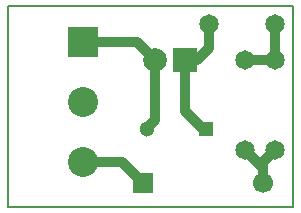
<source format=gbr>
G04 #@! TF.FileFunction,Copper,L2,Bot,Signal*
%FSLAX46Y46*%
G04 Gerber Fmt 4.6, Leading zero omitted, Abs format (unit mm)*
G04 Created by KiCad (PCBNEW 0.201511251016+6329~38~ubuntu14.04.1-stable) date lun 30 nov 2015 17:33:54 ART*
%MOMM*%
G01*
G04 APERTURE LIST*
%ADD10C,0.100000*%
%ADD11C,0.150000*%
%ADD12R,2.540000X2.540000*%
%ADD13C,2.540000*%
%ADD14R,1.300000X1.300000*%
%ADD15C,1.300000*%
%ADD16R,2.000000X2.000000*%
%ADD17C,2.000000*%
%ADD18C,1.699260*%
%ADD19R,1.699260X1.699260*%
%ADD20C,1.651000*%
%ADD21C,0.812800*%
G04 APERTURE END LIST*
D10*
D11*
X166624000Y-106426000D02*
X190754000Y-106426000D01*
X166624000Y-89408000D02*
X166624000Y-106426000D01*
X190754000Y-89408000D02*
X190754000Y-106426000D01*
X166624000Y-89408000D02*
X190754000Y-89408000D01*
D12*
X172974000Y-92456000D03*
D13*
X172974000Y-97536000D03*
X172974000Y-102616000D03*
D14*
X183388000Y-99822000D03*
D15*
X178388000Y-99822000D03*
D16*
X181610000Y-93980000D03*
D17*
X179070000Y-93980000D03*
D18*
X188214520Y-104391460D03*
D19*
X178054520Y-104391460D03*
D20*
X186690000Y-93980000D03*
X186690000Y-101600000D03*
X189230000Y-93980000D03*
X189230000Y-101600000D03*
X189230000Y-90932000D03*
X183642000Y-90932000D03*
D21*
X186690000Y-93980000D02*
X189230000Y-93980000D01*
X181610000Y-93980000D02*
X182626000Y-93980000D01*
X189230000Y-90932000D02*
X189230000Y-93980000D01*
X183642000Y-92964000D02*
X183642000Y-90932000D01*
X182626000Y-93980000D02*
X183642000Y-92964000D01*
X183388000Y-99822000D02*
X183134000Y-99822000D01*
X183134000Y-99822000D02*
X181610000Y-98298000D01*
X181610000Y-98298000D02*
X181610000Y-93980000D01*
X178388000Y-99822000D02*
X178388000Y-99742000D01*
X178388000Y-99742000D02*
X179070000Y-99060000D01*
X179070000Y-99060000D02*
X179070000Y-93980000D01*
X172974000Y-92456000D02*
X177546000Y-92456000D01*
X177546000Y-92456000D02*
X179070000Y-93980000D01*
X188214520Y-104391460D02*
X188214520Y-103124520D01*
X188214520Y-103124520D02*
X186690000Y-101600000D01*
X188214520Y-104391460D02*
X188214520Y-102615480D01*
X188214520Y-102615480D02*
X189230000Y-101600000D01*
X186690520Y-101600520D02*
X186690000Y-101600000D01*
X172974000Y-102616000D02*
X176279060Y-102616000D01*
X176279060Y-102616000D02*
X178054520Y-104391460D01*
X178030979Y-104415001D02*
X178054520Y-104391460D01*
M02*

</source>
